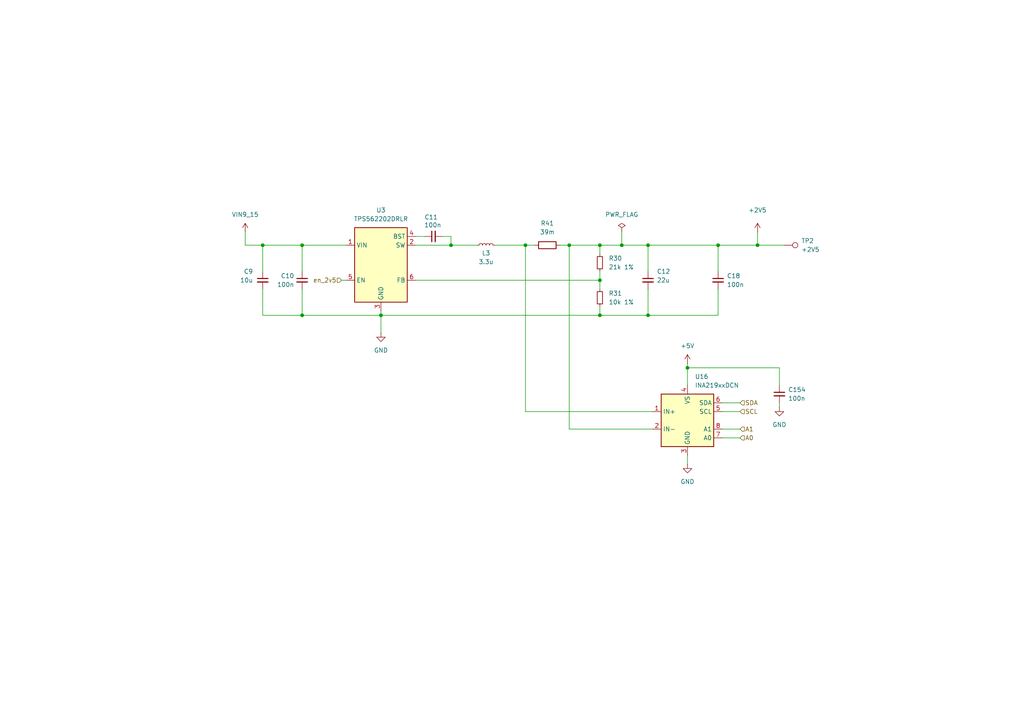
<source format=kicad_sch>
(kicad_sch (version 20250114) (generator "eeschema") (generator_version "9.0")
  (paper "A4")
  (lib_symbols
    (symbol "Connector:TestPoint" (pin_numbers (hide yes)) (pin_names (offset 0.762) (hide yes))
      (property "Reference" "TP" (at 0 6.858 0))
      (property "Value" "TestPoint" (at 0 5.08 0))
      (symbol "TestPoint_0_1"
        (circle (center 0 3.302) (radius 0.762))
      )
      (symbol "TestPoint_1_1"
        (pin passive line (at 0 0 90) (length 2.54) (name "1") (number "1"))
      )
    )
    (symbol "Device:C_Small" (pin_numbers (hide yes)) (pin_names (offset 0.254) (hide yes))
      (property "Reference" "C" (at 0.254 1.778 0))
      (property "Value" "C_Small" (at 0.254 -2.032 0))
      (symbol "C_Small_0_1"
        (polyline (pts (xy -1.524 0.508) (xy 1.524 0.508)) (stroke (width 0.3048)))
        (polyline (pts (xy -1.524 -0.508) (xy 1.524 -0.508)) (stroke (width 0.3302)))
      )
      (symbol "C_Small_1_1"
        (pin passive line (at 0 2.54 270) (length 2.032) (name "~") (number "1"))
        (pin passive line (at 0 -2.54 90) (length 2.032) (name "~") (number "2"))
      )
    )
    (symbol "Device:L_Small" (pin_numbers (hide yes)) (pin_names (offset 0.254) (hide yes))
      (property "Reference" "L" (at 0.762 1.016 0))
      (property "Value" "L_Small" (at 0.762 -1.016 0))
      (symbol "L_Small_0_1"
        (arc (start 0 2.032) (mid 0.5058 1.524) (end 0 1.016))
        (arc (start 0 1.016) (mid 0.5058 0.508) (end 0 0))
        (arc (start 0 0) (mid 0.5058 -0.508) (end 0 -1.016))
        (arc (start 0 -1.016) (mid 0.5058 -1.524) (end 0 -2.032))
      )
      (symbol "L_Small_1_1"
        (pin passive line (at 0 2.54 270) (length 0.508) (name "~") (number "1"))
        (pin passive line (at 0 -2.54 90) (length 0.508) (name "~") (number "2"))
      )
    )
    (symbol "Device:R" (pin_numbers (hide yes)) (pin_names (offset 0))
      (property "Reference" "R" (at 2.032 0 90))
      (property "Value" "R" (at 0 0 90))
      (symbol "R_0_1"
        (rectangle (start -1.016 -2.54) (end 1.016 2.54) (stroke (width 0.254)))
      )
      (symbol "R_1_1"
        (pin passive line (at 0 3.81 270) (length 1.27) (name "~") (number "1"))
        (pin passive line (at 0 -3.81 90) (length 1.27) (name "~") (number "2"))
      )
    )
    (symbol "Device:R_Small" (pin_numbers (hide yes)) (pin_names (offset 0.254) (hide yes))
      (property "Reference" "R" (at 0.762 0.508 0))
      (property "Value" "R_Small" (at 0.762 -1.016 0))
      (symbol "R_Small_0_1"
        (rectangle (start -0.762 1.778) (end 0.762 -1.778) (stroke (width 0.2032)))
      )
      (symbol "R_Small_1_1"
        (pin passive line (at 0 2.54 270) (length 0.762) (name "~") (number "1"))
        (pin passive line (at 0 -2.54 90) (length 0.762) (name "~") (number "2"))
      )
    )
    (symbol "ECAP5-BSOM:INA219xxDCN"
      (property "Reference" "U" (at -6.35 8.89 0))
      (property "Value" "INA219xxDCN" (at 6.35 8.89 0))
      (symbol "INA219xxDCN_0_1"
        (rectangle (start -7.62 7.62) (end 7.62 -7.62) (stroke (width 0.254)) (fill (type background)))
      )
      (symbol "INA219xxDCN_1_1"
        (pin input line (at -10.16 2.54 0) (length 2.54) (name "IN+") (number "1"))
        (pin input line (at -10.16 -2.54 0) (length 2.54) (name "IN-") (number "2"))
        (pin power_in line (at 0 10.16 270) (length 2.54) (name "VS") (number "4"))
        (pin power_in line (at 0 -10.16 90) (length 2.54) (name "GND") (number "3"))
        (pin bidirectional line (at 10.16 5.08 180) (length 2.54) (name "SDA") (number "6"))
        (pin input line (at 10.16 2.54 180) (length 2.54) (name "SCL") (number "5"))
        (pin input line (at 10.16 -2.54 180) (length 2.54) (name "A1") (number "8"))
        (pin input line (at 10.16 -5.08 180) (length 2.54) (name "A0") (number "7"))
      )
    )
    (symbol "ECAP5-BSOM:TPS562202DRLR"
      (property "Reference" "U" (at -7.62 11.43 0))
      (property "Value" "TPS562202DRLR" (at 5.334 11.43 0))
      (symbol "TPS562202DRLR_0_1"
        (rectangle (start -7.62 10.16) (end 7.62 -11.43) (stroke (width 0.254)) (fill (type background)))
      )
      (symbol "TPS562202DRLR_1_1"
        (pin power_in line (at -10.16 5.08 0) (length 2.54) (name "VIN") (number "1"))
        (pin input line (at -10.16 -5.08 0) (length 2.54) (name "EN") (number "5"))
        (pin power_in line (at 0 -13.97 90) (length 2.54) (name "GND") (number "3"))
        (pin output line (at 10.16 7.62 180) (length 2.54) (name "BST") (number "4"))
        (pin output line (at 10.16 5.08 180) (length 2.54) (name "SW") (number "2"))
        (pin input line (at 10.16 -5.08 180) (length 2.54) (name "FB") (number "6"))
      )
    )
    (symbol "ECAP5-BSOM:VIN9_15" (power) (pin_numbers (hide yes)) (pin_names (offset 0) (hide yes))
      (property "Value" "VIN9_15" (at 0 3.556 0))
      (symbol "VIN9_15_0_1"
        (polyline (pts (xy -0.762 1.27) (xy 0 2.54)))
        (polyline (pts (xy 0 2.54) (xy 0.762 1.27)))
        (polyline (pts (xy 0 0) (xy 0 2.54)))
      )
      (symbol "VIN9_15_1_1"
        (pin power_in line (at 0 0 90) (length 0) (name "~") (number "1"))
      )
    )
    (symbol "power:+2V5" (power) (pin_numbers (hide yes)) (pin_names (offset 0) (hide yes))
      (property "Value" "+2V5" (at 0 3.556 0))
      (symbol "+2V5_0_1"
        (polyline (pts (xy -0.762 1.27) (xy 0 2.54)))
        (polyline (pts (xy 0 2.54) (xy 0.762 1.27)))
        (polyline (pts (xy 0 0) (xy 0 2.54)))
      )
      (symbol "+2V5_1_1"
        (pin power_in line (at 0 0 90) (length 0) (name "~") (number "1"))
      )
    )
    (symbol "power:+5V" (power) (pin_numbers (hide yes)) (pin_names (offset 0) (hide yes))
      (property "Value" "+5V" (at 0 3.556 0))
      (symbol "+5V_0_1"
        (polyline (pts (xy -0.762 1.27) (xy 0 2.54)))
        (polyline (pts (xy 0 2.54) (xy 0.762 1.27)))
        (polyline (pts (xy 0 0) (xy 0 2.54)))
      )
      (symbol "+5V_1_1"
        (pin power_in line (at 0 0 90) (length 0) (name "~") (number "1"))
      )
    )
    (symbol "power:GND" (power) (pin_numbers (hide yes)) (pin_names (offset 0) (hide yes))
      (property "Value" "GND" (at 0 -3.81 0))
      (symbol "GND_0_1"
        (polyline (pts (xy 0 0) (xy 0 -1.27) (xy 1.27 -1.27) (xy 0 -2.54) (xy -1.27 -1.27) (xy 0 -1.27)))
      )
      (symbol "GND_1_1"
        (pin power_in line (at 0 0 270) (length 0) (name "~") (number "1"))
      )
    )
    (symbol "power:PWR_FLAG" (power) (pin_numbers (hide yes)) (pin_names (offset 0) (hide yes))
      (property "Value" "PWR_FLAG" (at 0 3.81 0))
      (symbol "PWR_FLAG_0_0"
        (pin power_out line (at 0 0 90) (length 0) (name "~") (number "1"))
      )
      (symbol "PWR_FLAG_0_1"
        (polyline (pts (xy 0 0) (xy 0 1.27) (xy -1.016 1.905) (xy 0 2.54) (xy 1.016 1.905) (xy 0 1.27)))
      )
    )
  )
  (junction (at 152.4 71.12))
  (junction (at 208.28 71.12))
  (junction (at 173.99 71.12))
  (junction (at 219.71 71.12))
  (junction (at 187.96 71.12))
  (junction (at 110.49 91.44))
  (junction (at 187.96 91.44))
  (junction (at 173.99 91.44))
  (junction (at 87.63 91.44))
  (junction (at 87.63 71.12))
  (junction (at 76.2 71.12))
  (junction (at 165.1 71.12))
  (junction (at 199.39 106.68))
  (junction (at 180.34 71.12))
  (junction (at 173.99 81.28))
  (junction (at 130.81 71.12))
  (wire (pts (xy 76.2 71.12) (xy 87.63 71.12)))
  (wire (pts (xy 208.28 78.74) (xy 208.28 71.12)))
  (wire (pts (xy 180.34 71.12) (xy 187.96 71.12)))
  (wire (pts (xy 110.49 91.44) (xy 110.49 96.52)))
  (wire (pts (xy 130.81 68.58) (xy 130.81 71.12)))
  (wire (pts (xy 130.81 71.12) (xy 138.43 71.12)))
  (wire (pts (xy 71.12 67.31) (xy 71.12 71.12)))
  (wire (pts (xy 180.34 67.31) (xy 180.34 71.12)))
  (wire (pts (xy 120.65 71.12) (xy 130.81 71.12)))
  (wire (pts (xy 199.39 105.41) (xy 199.39 106.68)))
  (wire (pts (xy 120.65 81.28) (xy 173.99 81.28)))
  (wire (pts (xy 199.39 132.08) (xy 199.39 134.62)))
  (wire (pts (xy 214.63 127) (xy 209.55 127)))
  (wire (pts (xy 110.49 91.44) (xy 173.99 91.44)))
  (wire (pts (xy 187.96 78.74) (xy 187.96 71.12)))
  (wire (pts (xy 87.63 83.82) (xy 87.63 91.44)))
  (wire (pts (xy 199.39 106.68) (xy 199.39 111.76)))
  (wire (pts (xy 76.2 78.74) (xy 76.2 71.12)))
  (wire (pts (xy 187.96 83.82) (xy 187.96 91.44)))
  (wire (pts (xy 87.63 91.44) (xy 110.49 91.44)))
  (wire (pts (xy 214.63 119.38) (xy 209.55 119.38)))
  (wire (pts (xy 173.99 71.12) (xy 173.99 73.66)))
  (wire (pts (xy 165.1 124.46) (xy 189.23 124.46)))
  (wire (pts (xy 165.1 124.46) (xy 165.1 71.12)))
  (wire (pts (xy 120.65 68.58) (xy 123.19 68.58)))
  (wire (pts (xy 99.06 81.28) (xy 100.33 81.28)))
  (wire (pts (xy 214.63 124.46) (xy 209.55 124.46)))
  (wire (pts (xy 173.99 81.28) (xy 173.99 83.82)))
  (wire (pts (xy 208.28 71.12) (xy 187.96 71.12)))
  (wire (pts (xy 227.33 71.12) (xy 219.71 71.12)))
  (wire (pts (xy 219.71 67.31) (xy 219.71 71.12)))
  (wire (pts (xy 173.99 71.12) (xy 180.34 71.12)))
  (wire (pts (xy 152.4 119.38) (xy 152.4 71.12)))
  (wire (pts (xy 187.96 91.44) (xy 208.28 91.44)))
  (wire (pts (xy 226.06 116.84) (xy 226.06 118.11)))
  (wire (pts (xy 165.1 71.12) (xy 173.99 71.12)))
  (wire (pts (xy 208.28 83.82) (xy 208.28 91.44)))
  (wire (pts (xy 189.23 119.38) (xy 152.4 119.38)))
  (wire (pts (xy 152.4 71.12) (xy 154.94 71.12)))
  (wire (pts (xy 214.63 116.84) (xy 209.55 116.84)))
  (wire (pts (xy 173.99 88.9) (xy 173.99 91.44)))
  (wire (pts (xy 76.2 83.82) (xy 76.2 91.44)))
  (wire (pts (xy 208.28 71.12) (xy 219.71 71.12)))
  (wire (pts (xy 87.63 71.12) (xy 100.33 71.12)))
  (wire (pts (xy 226.06 106.68) (xy 226.06 111.76)))
  (wire (pts (xy 128.27 68.58) (xy 130.81 68.58)))
  (wire (pts (xy 76.2 91.44) (xy 87.63 91.44)))
  (wire (pts (xy 87.63 71.12) (xy 87.63 78.74)))
  (wire (pts (xy 110.49 90.17) (xy 110.49 91.44)))
  (wire (pts (xy 143.51 71.12) (xy 152.4 71.12)))
  (wire (pts (xy 162.56 71.12) (xy 165.1 71.12)))
  (wire (pts (xy 199.39 106.68) (xy 226.06 106.68)))
  (wire (pts (xy 173.99 91.44) (xy 187.96 91.44)))
  (wire (pts (xy 71.12 71.12) (xy 76.2 71.12)))
  (wire (pts (xy 173.99 78.74) (xy 173.99 81.28)))
  (hierarchical_label "SCL" (shape input) (at 214.63 119.38 0))
  (hierarchical_label "A1" (shape input) (at 214.63 124.46 0))
  (hierarchical_label "A0" (shape input) (at 214.63 127 0))
  (hierarchical_label "SDA" (shape input) (at 214.63 116.84 0))
  (hierarchical_label "en_2v5" (shape input) (at 99.06 81.28 180))
  (symbol (lib_id "power:PWR_FLAG") (at 180.34 67.31 0) (unit 1)
    (property "Reference" "#FLG03" (effects (hide yes)))
    (property "Value" "PWR_FLAG" (at 180.34 62.23 0))
    (property "Description" "Special symbol for telling ERC where power comes from" (effects (hide yes)))
  )
  (symbol (lib_id "Device:C_Small") (at 76.2 81.28 0) (unit 1)
    (property "Reference" "C9" (at 73.406 78.74 0) (effects (justify right)))
    (property "Value" "10u" (at 73.406 81.28 0) (effects (justify right)))
    (property "Footprint" "Capacitor_SMD:C_0805_2012Metric" (effects (hide yes)))
    (property "Description" "10u X5R 0805 25VDC" (effects (hide yes)))
    (property "MPN" "GRM21BR61E106MA73L " (effects (hide yes)))
    (property "Manufacturer" "Murata Electronics" (effects (hide yes)))
    (property "Mouting Technology" "SMD" (effects (hide yes)))
  )
  (symbol (lib_id "power:+2V5") (at 219.71 67.31 0) (unit 1)
    (property "Reference" "#PWR04" (effects (hide yes)))
    (property "Value" "+2V5" (at 219.71 60.96 0))
    (property "Description" "Power symbol creates a global label with name \"+2V5\"" (effects (hide yes)))
    (property "Max current" "Max 1A" (effects (hide yes)))
  )
  (symbol (lib_id "ECAP5-BSOM:INA219xxDCN") (at 199.39 121.92 0) (unit 1)
    (property "Reference" "U16" (at 201.5333 109.22 0) (effects (justify left)))
    (property "Value" "INA219xxDCN" (at 201.5333 111.76 0) (effects (justify left)))
    (property "Footprint" "Package_TO_SOT_SMD:SOT-23-8" (effects (hide yes)))
    (property "Datasheet" "http://www.ti.com/lit/ds/symlink/ina219.pdf" (effects (hide yes)))
    (property "Description" "Zero-Drift, Bidirectional Current/Power Monitor (0-26V) With I2C Interface, SOT-23-8" (effects (hide yes)))
    (property "MPN" "INA219AIDCNR" (effects (hide yes)))
    (property "Manufacturer" "Texas Instruments" (effects (hide yes)))
    (property "Mouting Technology" "SMD" (effects (hide yes)))
  )
  (symbol (lib_id "power:GND") (at 226.06 118.11 0) (unit 1)
    (property "Reference" "#PWR0193" (effects (hide yes)))
    (property "Value" "GND" (at 226.06 123.19 0))
    (property "Description" "Power symbol creates a global label with name \"GND\" , ground" (effects (hide yes)))
  )
  (symbol (lib_id "Device:R_Small") (at 173.99 76.2 0) (unit 1)
    (property "Reference" "R30" (at 176.53 74.9299 0) (effects (justify left)))
    (property "Value" "21k 1%" (at 176.53 77.4699 0) (effects (justify left)))
    (property "Footprint" "Resistor_SMD:R_0402_1005Metric" (effects (hide yes)))
    (property "Description" "21k 1% 0402" (effects (hide yes)))
    (property "MPN" "AC0402FR-0721KL" (effects (hide yes)))
    (property "Manufacturer" "YAGEO" (effects (hide yes)))
    (property "Mouting Technology" "SMD" (effects (hide yes)))
  )
  (symbol (lib_id "power:+5V") (at 199.39 105.41 0) (unit 1)
    (property "Reference" "#PWR048" (effects (hide yes)))
    (property "Value" "+5V" (at 199.39 100.33 0))
    (property "Description" "Power symbol creates a global label with name \"+5V\"" (effects (hide yes)))
  )
  (symbol (lib_id "Device:R_Small") (at 173.99 86.36 0) (unit 1)
    (property "Reference" "R31" (at 176.53 85.0899 0) (effects (justify left)))
    (property "Value" "10k 1%" (at 176.53 87.6299 0) (effects (justify left)))
    (property "Footprint" "Resistor_SMD:R_0402_1005Metric" (effects (hide yes)))
    (property "Description" "10k 1% 0402" (effects (hide yes)))
    (property "MPN" "CRCW040210K0FKEDC" (effects (hide yes)))
    (property "Manufacturer" "Vishay" (effects (hide yes)))
    (property "Mouting Technology" "SMD" (effects (hide yes)))
  )
  (symbol (lib_id "power:GND") (at 199.39 134.62 0) (unit 1)
    (property "Reference" "#PWR056" (effects (hide yes)))
    (property "Value" "GND" (at 199.39 139.7 0))
    (property "Description" "Power symbol creates a global label with name \"GND\" , ground" (effects (hide yes)))
  )
  (symbol (lib_id "power:GND") (at 110.49 96.52 0) (unit 1)
    (property "Reference" "#PWR07" (effects (hide yes)))
    (property "Value" "GND" (at 110.49 101.6 0))
    (property "Description" "Power symbol creates a global label with name \"GND\" , ground" (effects (hide yes)))
  )
  (symbol (lib_id "ECAP5-BSOM:VIN9_15") (at 71.12 67.31 0) (unit 1)
    (property "Reference" "#PWR03" (effects (hide yes)))
    (property "Value" "VIN9_15" (at 71.12 62.23 0))
    (property "Description" "Power symbol creates a global label with name \"VIN9_15\"" (effects (hide yes)))
  )
  (symbol (lib_id "Device:C_Small") (at 87.63 81.28 0) (unit 1)
    (property "Reference" "C10" (at 85.344 80.01 0) (effects (justify right)))
    (property "Value" "100n" (at 85.344 82.55 0) (effects (justify right)))
    (property "Footprint" "Capacitor_SMD:C_0805_2012Metric" (effects (hide yes)))
    (property "Description" "100n 0805 16VDC" (effects (hide yes)))
    (property "MPN" "SH21B104K101CT" (effects (hide yes)))
    (property "Manufacturer" "Walsin" (effects (hide yes)))
    (property "Mouting Technology" "SMD" (effects (hide yes)))
  )
  (symbol (lib_id "ECAP5-BSOM:TPS562202DRLR") (at 110.49 76.2 0) (unit 1)
    (property "Reference" "U3" (at 110.49 60.96 0))
    (property "Value" "TPS562202DRLR" (at 110.49 63.5 0))
    (property "Footprint" "ECAP5-DPROC:TI_DRL0006A" (effects (hide yes)))
    (property "Datasheet" "https://www.ti.com/lit/ds/symlink/lm3880.pdf" (effects (hide yes)))
    (property "MPN" "TPS562202DRLR" (effects (hide yes)))
    (property "Manufacturer" "Texas Instruments" (effects (hide yes)))
    (property "Mouting Technology" "SMD" (effects (hide yes)))
  )
  (symbol (lib_id "Connector:TestPoint") (at 227.33 71.12 270) (unit 1)
    (property "Reference" "TP2" (at 232.41 69.8499 90) (effects (justify left)))
    (property "Value" "+2V5" (at 232.41 72.3899 90) (effects (justify left)))
    (property "Footprint" "TestPoint:TestPoint_Pad_D1.5mm" (effects (hide yes)))
    (property "Description" "test point" (effects (hide yes)))
  )
  (symbol (lib_id "Device:L_Small") (at 140.97 71.12 90) (unit 1)
    (property "Reference" "L3" (at 140.97 73.406 90))
    (property "Value" "3.3u" (at 140.97 75.946 90))
    (property "Footprint" "ECAP5-DPROC:Coilcraft_XAL4030" (effects (hide yes)))
    (property "MPN" "SRN6045-3R3Y" (effects (hide yes)))
    (property "Manufacturer" "Bourns" (effects (hide yes)))
    (property "Mouting Technology" "SMD" (effects (hide yes)))
  )
  (symbol (lib_id "Device:C_Small") (at 208.28 81.28 0) (unit 1)
    (property "Reference" "C18" (at 210.82 80.0162 0) (effects (justify left)))
    (property "Value" "100n" (at 210.82 82.5562 0) (effects (justify left)))
    (property "Footprint" "Capacitor_SMD:C_0805_2012Metric" (effects (hide yes)))
    (property "Description" "100n 0805 16VDC" (effects (hide yes)))
    (property "MPN" "SH21B104K101CT" (effects (hide yes)))
    (property "Manufacturer" "Walsin" (effects (hide yes)))
    (property "Mouting Technology" "SMD" (effects (hide yes)))
  )
  (symbol (lib_id "Device:C_Small") (at 125.73 68.58 90) (unit 1)
    (property "Reference" "C11" (at 127 62.992 90) (effects (justify left)))
    (property "Value" "100n" (at 128.016 65.278 90) (effects (justify left)))
    (property "Footprint" "Capacitor_SMD:C_0402_1005Metric" (effects (hide yes)))
    (property "Description" "100n X7R 0402" (effects (hide yes)))
    (property "MPN" "C1005X7R1C104M050BC" (effects (hide yes)))
    (property "Manufacturer" "TDK" (effects (hide yes)))
    (property "Mouting Technology" "SMD" (effects (hide yes)))
  )
  (symbol (lib_id "Device:R") (at 158.75 71.12 90) (unit 1)
    (property "Reference" "R41" (at 158.75 64.77 90))
    (property "Value" "39m" (at 158.75 67.31 90))
    (property "Footprint" "Resistor_SMD:R_1206_3216Metric" (effects (hide yes)))
    (property "Description" "39m 1% 1206" (effects (hide yes)))
    (property "MPN" "PE1206FRE470R039L" (effects (hide yes)))
    (property "Manufacturer" "YAGEO" (effects (hide yes)))
    (property "Mouting Technology" "SMD" (effects (hide yes)))
  )
  (symbol (lib_id "Device:C_Small") (at 226.06 114.3 0) (unit 1)
    (property "Reference" "C154" (at 228.6 113.0362 0) (effects (justify left)))
    (property "Value" "100n" (at 228.6 115.5762 0) (effects (justify left)))
    (property "Footprint" "Capacitor_SMD:C_0402_1005Metric" (effects (hide yes)))
    (property "Description" "100n X7R 0402" (effects (hide yes)))
    (property "MPN" "C1005X7R1C104M050BC" (effects (hide yes)))
    (property "Manufacturer" "TDK" (effects (hide yes)))
    (property "Mouting Technology" "SMD" (effects (hide yes)))
  )
  (symbol (lib_id "Device:C_Small") (at 187.96 81.28 0) (unit 1)
    (property "Reference" "C12" (at 190.5 78.74 0) (effects (justify left)))
    (property "Value" "22u" (at 190.5 81.28 0) (effects (justify left)))
    (property "Footprint" "Capacitor_SMD:C_0805_2012Metric" (effects (hide yes)))
    (property "Description" "22u X5R 0805 10VDC" (effects (hide yes)))
    (property "MPN" "GRM21BR61A226ME44L " (effects (hide yes)))
    (property "Manufacturer" "Murata Electronics" (effects (hide yes)))
    (property "Mouting Technology" "SMD" (effects (hide yes)))
  )
)
</source>
